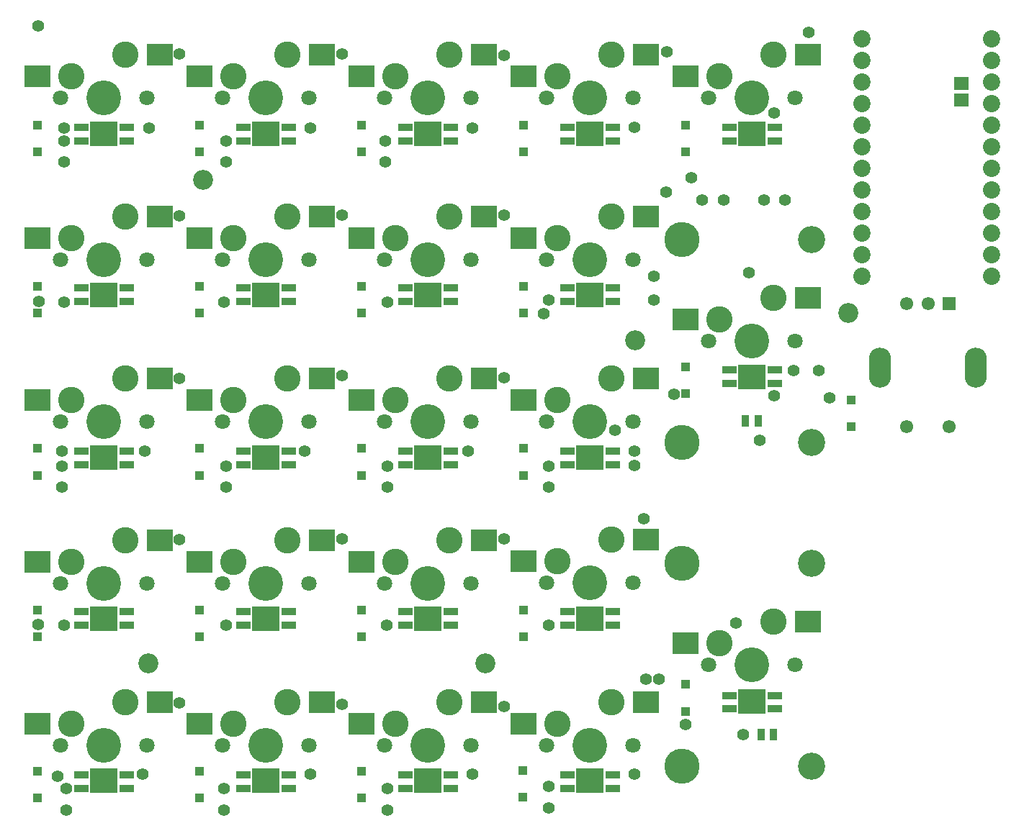
<source format=gbs>
G04*
G04 #@! TF.GenerationSoftware,Altium Limited,Altium Designer,22.1.2 (22)*
G04*
G04 Layer_Color=16711935*
%FSLAX25Y25*%
%MOIN*%
G70*
G04*
G04 #@! TF.SameCoordinates,13D69723-E4A8-487E-84B7-24944300FE93*
G04*
G04*
G04 #@! TF.FilePolarity,Negative*
G04*
G01*
G75*
%ADD14R,0.03740X0.05315*%
%ADD15C,0.09252*%
%ADD16C,0.16102*%
%ADD17C,0.07102*%
%ADD18C,0.12213*%
%ADD19R,0.13000X0.11425*%
%ADD20C,0.07991*%
G04:AMPARAMS|DCode=21|XSize=102.36mil|YSize=185.04mil|CornerRadius=51.18mil|HoleSize=0mil|Usage=FLASHONLY|Rotation=180.000|XOffset=0mil|YOffset=0mil|HoleType=Round|Shape=RoundedRectangle|*
%AMROUNDEDRECTD21*
21,1,0.10236,0.08268,0,0,180.0*
21,1,0.00000,0.18504,0,0,180.0*
1,1,0.10236,0.00000,0.04134*
1,1,0.10236,0.00000,0.04134*
1,1,0.10236,0.00000,-0.04134*
1,1,0.10236,0.00000,-0.04134*
%
%ADD21ROUNDEDRECTD21*%
%ADD22C,0.06102*%
%ADD23R,0.06102X0.06102*%
%ADD24C,0.16291*%
%ADD25C,0.12591*%
%ADD26C,0.05591*%
%ADD42R,0.12213X0.10244*%
%ADD43R,0.04331X0.04134*%
%ADD44R,0.06701X0.03630*%
%ADD45R,0.06693X0.06102*%
D14*
X1852953Y515354D02*
D03*
X1858858D02*
D03*
X1851831Y660687D02*
D03*
X1845925D02*
D03*
D15*
X1794717Y697835D02*
D03*
X1569322Y548433D02*
D03*
X1594882Y772433D02*
D03*
X1725544Y548433D02*
D03*
X1893307Y710630D02*
D03*
D16*
X1848878Y697705D02*
D03*
X1848850Y810402D02*
D03*
X1773878Y510433D02*
D03*
X1698878Y510433D02*
D03*
X1623878D02*
D03*
X1548878D02*
D03*
X1848878Y547705D02*
D03*
X1773878Y585492D02*
D03*
X1698878Y585433D02*
D03*
X1623878D02*
D03*
X1548878D02*
D03*
X1773878Y660335D02*
D03*
X1698878D02*
D03*
X1623878D02*
D03*
X1548878D02*
D03*
X1773878Y735433D02*
D03*
X1698878D02*
D03*
X1623878D02*
D03*
X1548878D02*
D03*
X1773878Y810402D02*
D03*
X1698878D02*
D03*
X1623878D02*
D03*
X1548878D02*
D03*
D17*
X1828878Y697705D02*
D03*
X1868878D02*
D03*
X1868850Y810402D02*
D03*
X1828850D02*
D03*
X1793878Y510433D02*
D03*
X1753878D02*
D03*
X1718878Y510433D02*
D03*
X1678878D02*
D03*
X1643878D02*
D03*
X1603878D02*
D03*
X1568878D02*
D03*
X1528878D02*
D03*
X1868878Y547705D02*
D03*
X1828878D02*
D03*
X1793878Y585492D02*
D03*
X1753878D02*
D03*
X1718878Y585433D02*
D03*
X1678878D02*
D03*
X1643878D02*
D03*
X1603878D02*
D03*
X1568878D02*
D03*
X1528878D02*
D03*
X1793878Y660335D02*
D03*
X1753878D02*
D03*
X1718878D02*
D03*
X1678878D02*
D03*
X1643878D02*
D03*
X1603878D02*
D03*
X1568878D02*
D03*
X1528878D02*
D03*
X1793878Y735433D02*
D03*
X1753878D02*
D03*
X1718878D02*
D03*
X1678878D02*
D03*
X1643878D02*
D03*
X1603878D02*
D03*
X1568878D02*
D03*
X1528878D02*
D03*
X1793878Y810402D02*
D03*
X1753878D02*
D03*
X1718878D02*
D03*
X1678878D02*
D03*
X1643878D02*
D03*
X1603878D02*
D03*
X1568878D02*
D03*
X1528878D02*
D03*
D18*
X1858878Y717705D02*
D03*
X1833878Y707705D02*
D03*
X1833850Y820402D02*
D03*
X1858850Y830402D02*
D03*
X1758878Y520433D02*
D03*
X1783878Y530433D02*
D03*
X1683878Y520433D02*
D03*
X1708878Y530433D02*
D03*
X1608878Y520433D02*
D03*
X1633878Y530433D02*
D03*
X1533878Y520433D02*
D03*
X1558878Y530433D02*
D03*
X1833878Y557705D02*
D03*
X1858878Y567705D02*
D03*
X1758878Y595492D02*
D03*
X1783878Y605492D02*
D03*
X1683878Y595433D02*
D03*
X1708878Y605433D02*
D03*
X1608878Y595433D02*
D03*
X1633878Y605433D02*
D03*
X1533878Y595433D02*
D03*
X1558878Y605433D02*
D03*
X1758878Y670335D02*
D03*
X1783878Y680335D02*
D03*
X1683878Y670335D02*
D03*
X1708878Y680335D02*
D03*
X1608878Y670335D02*
D03*
X1633878Y680335D02*
D03*
X1533878Y670335D02*
D03*
X1558878Y680335D02*
D03*
X1758878Y745433D02*
D03*
X1783878Y755433D02*
D03*
X1683878Y745433D02*
D03*
X1708878Y755433D02*
D03*
X1608878Y745433D02*
D03*
X1633878Y755433D02*
D03*
X1533878Y745433D02*
D03*
X1558878Y755433D02*
D03*
X1758878Y820402D02*
D03*
X1783878Y830402D02*
D03*
X1683878Y820402D02*
D03*
X1708878Y830402D02*
D03*
X1608878Y820402D02*
D03*
X1633878Y830402D02*
D03*
X1533878Y820402D02*
D03*
X1558878Y830402D02*
D03*
D19*
X1848878Y530503D02*
D03*
X1773878Y493799D02*
D03*
X1698878D02*
D03*
X1623878D02*
D03*
X1548878D02*
D03*
Y568857D02*
D03*
X1623878D02*
D03*
X1698878D02*
D03*
X1773878D02*
D03*
X1848878Y681060D02*
D03*
X1773878Y643692D02*
D03*
X1698878D02*
D03*
X1623878D02*
D03*
X1548878D02*
D03*
Y718793D02*
D03*
X1623878D02*
D03*
X1698878D02*
D03*
X1773878D02*
D03*
X1848878Y793762D02*
D03*
X1773878D02*
D03*
X1698878D02*
D03*
X1623878D02*
D03*
X1548878D02*
D03*
D20*
X1899606Y727638D02*
D03*
Y737638D02*
D03*
Y747638D02*
D03*
Y757638D02*
D03*
Y767638D02*
D03*
Y777638D02*
D03*
Y787638D02*
D03*
Y797638D02*
D03*
Y807638D02*
D03*
Y817638D02*
D03*
Y827638D02*
D03*
Y837638D02*
D03*
X1959606Y727638D02*
D03*
Y737638D02*
D03*
Y747638D02*
D03*
Y757638D02*
D03*
Y767638D02*
D03*
Y777638D02*
D03*
Y787638D02*
D03*
Y797638D02*
D03*
Y807638D02*
D03*
Y817638D02*
D03*
Y827638D02*
D03*
Y837638D02*
D03*
D21*
X1908268Y685433D02*
D03*
X1952362D02*
D03*
D22*
X1920472Y657874D02*
D03*
X1940158D02*
D03*
X1920472Y714961D02*
D03*
X1930315D02*
D03*
D23*
X1940158D02*
D03*
D24*
X1816378Y650705D02*
D03*
Y500705D02*
D03*
Y594705D02*
D03*
Y744705D02*
D03*
D25*
X1876378Y594705D02*
D03*
Y650705D02*
D03*
Y500705D02*
D03*
Y744705D02*
D03*
D26*
X1809055Y766732D02*
D03*
X1841535Y566929D02*
D03*
X1812697Y672835D02*
D03*
X1835630Y762795D02*
D03*
X1825787D02*
D03*
X1864173D02*
D03*
X1854331D02*
D03*
X1679134Y780512D02*
D03*
Y790354D02*
D03*
X1605315Y780512D02*
D03*
Y790354D02*
D03*
X1530512Y780512D02*
D03*
Y790354D02*
D03*
X1754921Y481299D02*
D03*
Y491142D02*
D03*
X1680118Y480315D02*
D03*
Y490158D02*
D03*
X1604331Y480315D02*
D03*
Y490158D02*
D03*
X1531496Y480315D02*
D03*
Y490158D02*
D03*
X1754921Y639764D02*
D03*
Y629921D02*
D03*
X1680118Y639764D02*
D03*
Y629921D02*
D03*
X1605315D02*
D03*
Y639764D02*
D03*
X1529528Y629921D02*
D03*
Y639764D02*
D03*
X1879921Y684055D02*
D03*
X1868110D02*
D03*
X1794465Y496945D02*
D03*
X1719380Y497057D02*
D03*
X1644488Y496844D02*
D03*
X1566929Y497047D02*
D03*
X1527559Y496063D02*
D03*
X1605315Y565945D02*
D03*
X1679921D02*
D03*
X1754921D02*
D03*
X1859252Y672244D02*
D03*
X1794465Y646745D02*
D03*
Y640041D02*
D03*
X1717520Y646654D02*
D03*
X1567913D02*
D03*
X1529528D02*
D03*
X1530512Y715551D02*
D03*
X1604331D02*
D03*
X1754921Y716535D02*
D03*
X1752378Y710433D02*
D03*
X1859252Y803150D02*
D03*
X1794465Y796709D02*
D03*
X1719380Y796404D02*
D03*
X1644488Y796353D02*
D03*
X1569882Y796260D02*
D03*
X1530512D02*
D03*
X1847441Y729331D02*
D03*
X1884842Y671260D02*
D03*
X1852362Y651575D02*
D03*
X1875197Y840551D02*
D03*
X1518504Y843701D02*
D03*
X1820866Y773228D02*
D03*
X1805906Y540945D02*
D03*
X1798819Y615354D02*
D03*
X1785433Y656299D02*
D03*
X1803543Y727559D02*
D03*
Y716535D02*
D03*
X1809449Y831496D02*
D03*
X1734252Y528346D02*
D03*
Y605905D02*
D03*
Y680709D02*
D03*
Y755905D02*
D03*
Y829921D02*
D03*
X1659055Y529134D02*
D03*
Y605905D02*
D03*
Y681496D02*
D03*
Y755905D02*
D03*
Y830709D02*
D03*
X1518504Y566142D02*
D03*
X1583858Y830709D02*
D03*
Y755512D02*
D03*
Y680315D02*
D03*
Y605512D02*
D03*
Y529921D02*
D03*
X1530512Y565945D02*
D03*
X1680118Y715551D02*
D03*
X1641732Y646654D02*
D03*
X1844882Y515354D02*
D03*
X1818110Y520079D02*
D03*
X1799606Y540945D02*
D03*
X1518878Y715840D02*
D03*
D42*
X1874862Y717705D02*
D03*
X1818169Y707705D02*
D03*
X1818142Y820402D02*
D03*
X1874835Y830402D02*
D03*
X1743169Y520433D02*
D03*
X1799862Y530433D02*
D03*
X1668169Y520433D02*
D03*
X1724862Y530433D02*
D03*
X1593169Y520433D02*
D03*
X1649862Y530433D02*
D03*
X1518169Y520433D02*
D03*
X1574862Y530433D02*
D03*
X1818169Y557705D02*
D03*
X1874862Y567705D02*
D03*
X1743169Y595492D02*
D03*
X1799862Y605492D02*
D03*
X1668169Y595433D02*
D03*
X1724862Y605433D02*
D03*
X1593169Y595433D02*
D03*
X1649862Y605433D02*
D03*
X1518169Y595433D02*
D03*
X1574862Y605433D02*
D03*
X1743169Y670335D02*
D03*
X1799862Y680335D02*
D03*
X1668169Y670335D02*
D03*
X1724862Y680335D02*
D03*
X1593169Y670335D02*
D03*
X1649862Y680335D02*
D03*
X1518169Y670335D02*
D03*
X1574862Y680335D02*
D03*
X1743169Y745433D02*
D03*
X1799862Y755433D02*
D03*
X1668169Y745433D02*
D03*
X1724862Y755433D02*
D03*
X1593169Y745433D02*
D03*
X1649862Y755433D02*
D03*
X1518169Y745433D02*
D03*
X1574862Y755433D02*
D03*
X1743169Y820402D02*
D03*
X1799862Y830402D02*
D03*
X1668169Y820402D02*
D03*
X1724862Y830402D02*
D03*
X1593169Y820402D02*
D03*
X1649862Y830402D02*
D03*
X1518169Y820402D02*
D03*
X1574862Y830402D02*
D03*
D43*
X1818110Y685728D02*
D03*
X1818110Y673327D02*
D03*
X1818228Y785335D02*
D03*
X1818228Y797736D02*
D03*
X1894882Y657972D02*
D03*
X1742913Y498721D02*
D03*
X1742913Y486319D02*
D03*
X1668228Y498327D02*
D03*
X1668228Y485925D02*
D03*
X1593228Y498327D02*
D03*
X1593228Y485925D02*
D03*
X1518228Y498327D02*
D03*
X1518228Y485925D02*
D03*
X1818110Y538484D02*
D03*
X1818110Y526083D02*
D03*
X1743228Y573032D02*
D03*
X1743228Y560630D02*
D03*
X1668228Y573032D02*
D03*
X1668228Y560630D02*
D03*
X1593228Y573032D02*
D03*
X1593228Y560630D02*
D03*
X1518228Y573032D02*
D03*
X1518228Y560630D02*
D03*
X1894882Y670374D02*
D03*
X1743228Y647835D02*
D03*
X1743228Y635433D02*
D03*
X1668228Y647835D02*
D03*
X1668228Y635433D02*
D03*
X1593228Y647835D02*
D03*
X1593228Y635433D02*
D03*
X1518228Y647835D02*
D03*
X1518228Y635433D02*
D03*
X1743228Y722933D02*
D03*
X1743228Y710532D02*
D03*
X1668228Y722933D02*
D03*
X1668228Y710532D02*
D03*
X1593228Y722933D02*
D03*
X1593228Y710532D02*
D03*
X1518228Y722933D02*
D03*
X1518228Y710532D02*
D03*
X1743228Y797736D02*
D03*
X1743228Y785335D02*
D03*
X1668228Y797736D02*
D03*
X1668228Y785335D02*
D03*
X1593228Y797736D02*
D03*
X1593228Y785335D02*
D03*
X1518228Y797736D02*
D03*
X1518228Y785335D02*
D03*
D44*
X1838445Y527156D02*
D03*
X1859311Y533456D02*
D03*
Y527156D02*
D03*
X1838445Y533456D02*
D03*
X1763445Y490453D02*
D03*
X1784311Y496752D02*
D03*
Y490453D02*
D03*
X1763445Y496752D02*
D03*
X1688445Y490453D02*
D03*
X1709311Y496752D02*
D03*
Y490453D02*
D03*
X1688445Y496752D02*
D03*
X1613445Y490453D02*
D03*
X1634311Y496752D02*
D03*
Y490453D02*
D03*
X1613445Y496752D02*
D03*
X1538445Y490453D02*
D03*
X1559311Y496752D02*
D03*
Y490453D02*
D03*
X1538445Y496752D02*
D03*
X1559311Y572204D02*
D03*
X1538445Y565905D02*
D03*
Y572204D02*
D03*
X1559311Y565905D02*
D03*
X1634311Y572204D02*
D03*
X1613445Y565905D02*
D03*
Y572204D02*
D03*
X1634311Y565905D02*
D03*
X1709311Y572204D02*
D03*
X1688445Y565905D02*
D03*
Y572204D02*
D03*
X1709311Y565905D02*
D03*
X1784311Y572204D02*
D03*
X1763445Y565905D02*
D03*
Y572204D02*
D03*
X1784311Y565905D02*
D03*
X1859311Y684406D02*
D03*
X1838445Y678107D02*
D03*
Y684406D02*
D03*
X1859311Y678107D02*
D03*
X1763445Y640346D02*
D03*
X1784311Y646645D02*
D03*
Y640346D02*
D03*
X1763445Y646645D02*
D03*
X1688445Y640346D02*
D03*
X1709311Y646645D02*
D03*
Y640346D02*
D03*
X1688445Y646645D02*
D03*
X1613445Y640346D02*
D03*
X1634311Y646645D02*
D03*
Y640346D02*
D03*
X1613445Y646645D02*
D03*
X1538445Y640346D02*
D03*
X1559311Y646645D02*
D03*
Y640346D02*
D03*
X1538445Y646645D02*
D03*
X1559311Y722140D02*
D03*
X1538445Y715840D02*
D03*
Y722140D02*
D03*
X1559311Y715840D02*
D03*
X1634311Y722140D02*
D03*
X1613445Y715840D02*
D03*
Y722140D02*
D03*
X1634311Y715840D02*
D03*
X1709311Y722140D02*
D03*
X1688445Y715840D02*
D03*
Y722140D02*
D03*
X1709311Y715840D02*
D03*
X1784311Y722140D02*
D03*
X1763445Y715840D02*
D03*
Y722140D02*
D03*
X1784311Y715840D02*
D03*
X1838445Y790416D02*
D03*
X1859311Y796715D02*
D03*
Y790416D02*
D03*
X1838445Y796715D02*
D03*
X1763445Y790416D02*
D03*
X1784311Y796715D02*
D03*
Y790416D02*
D03*
X1763445Y796715D02*
D03*
X1688445Y790416D02*
D03*
X1709311Y796715D02*
D03*
Y790416D02*
D03*
X1688445Y796715D02*
D03*
X1613445Y790416D02*
D03*
X1634311Y796715D02*
D03*
Y790416D02*
D03*
X1613445Y796715D02*
D03*
X1538445Y790416D02*
D03*
X1559311Y796715D02*
D03*
Y790416D02*
D03*
X1538445Y796715D02*
D03*
D45*
X1945669Y809449D02*
D03*
Y816929D02*
D03*
M02*

</source>
